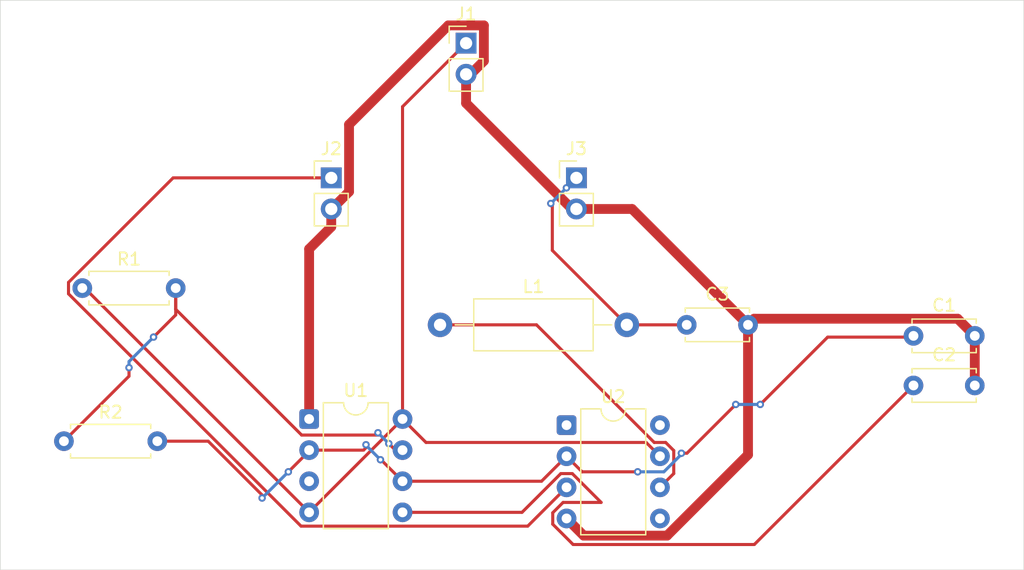
<source format=kicad_pcb>
(kicad_pcb (version 20241229) (generator "pcbnew") (generator_version "9.0")
  (layers (0 "F.Cu" signal) (2 "B.Cu" signal) (13 "F.Paste" user) (15 "B.Paste" user) (5 "F.SilkS" user "F.Silkscreen") (7 "B.SilkS" user "B.Silkscreen") (1 "F.Mask" user) (3 "B.Mask" user) (25 "Edge.Cuts" user))
  (net 0 "")
  (net 1 "GND")
  (net 2 "Net-(U1-THR)")
  (net 3 "Net-(U1-CV)")
  (net 4 "Net-(J3-Pin_1)")
  (net 5 "VDC")
  (net 6 "Net-(J2-Pin_1)")
  (net 7 "Net-(L1-Pad1)")
  (net 8 "Net-(U1-DIS)")
  (footprint "Inductor_THT:L_Axial_L9.5mm_D4.0mm_P15.24mm_Horizontal_Fastron_SMCC" (layer "F.Cu") (at 162.375 90)
    (property "Reference" "L1" (at 7.62 -3.12 0) (layer "F.SilkS"))
    (property "Value" "22u")
    (fp_line (start 1.24 0) (end 2.75 0) (stroke (width 0.12)) (layer "F.SilkS"))
    (fp_line (start 14 0) (end 12.49 0) (stroke (width 0.12)) (layer "F.SilkS"))
    (fp_rect (start 2.75 -2.12) (end 12.49 2.12) (stroke (width 0.12)) (fill no) (layer "F.SilkS"))
    (pad "1" thru_hole circle (at 0 0) (size 2 2) (drill 1) (layers "*.Cu" "*.Mask") (net 7 "Net-(L1-Pad1)"))
    (pad "2" thru_hole circle (at 15.24 0) (size 2 2) (drill 1) (layers "*.Cu" "*.Mask") (net 4 "Net-(J3-Pin_1)"))
  )
  (footprint "Resistor_THT:R_Axial_DIN0207_L6.3mm_D2.5mm_P7.62mm_Horizontal" (layer "F.Cu") (at 131.69 99.5)
    (property "Reference" "R2" (at 3.81 -2.37 0) (layer "F.SilkS"))
    (property "Value" "3.3k")
    (fp_line (start 0.54 -1.37) (end 7.08 -1.37) (stroke (width 0.12)) (layer "F.SilkS"))
    (fp_line (start 0.54 -1.04) (end 0.54 -1.37) (stroke (width 0.12)) (layer "F.SilkS"))
    (fp_line (start 0.54 1.04) (end 0.54 1.37) (stroke (width 0.12)) (layer "F.SilkS"))
    (fp_line (start 0.54 1.37) (end 7.08 1.37) (stroke (width 0.12)) (layer "F.SilkS"))
    (fp_line (start 7.08 -1.37) (end 7.08 -1.04) (stroke (width 0.12)) (layer "F.SilkS"))
    (fp_line (start 7.08 1.37) (end 7.08 1.04) (stroke (width 0.12)) (layer "F.SilkS"))
    (pad "1" thru_hole circle (at 0 0) (size 1.6 1.6) (drill 0.8) (layers "*.Cu" "*.Mask") (net 8 "Net-(U1-DIS)"))
    (pad "2" thru_hole circle (at 7.62 0) (size 1.6 1.6) (drill 0.8) (layers "*.Cu" "*.Mask") (net 2 "Net-(U1-THR)"))
  )
  (footprint "Capacitor_THT:C_Disc_D5.0mm_W2.5mm_P5.00mm" (layer "F.Cu") (at 201 94.95)
    (property "Reference" "C2" (at 2.5 -2.5 0) (layer "F.SilkS"))
    (property "Value" "10n")
    (fp_line (start -0.12 -1.37) (end 5.12 -1.37) (stroke (width 0.12)) (layer "F.SilkS"))
    (fp_line (start -0.12 -1.033) (end -0.12 -1.37) (stroke (width 0.12)) (layer "F.SilkS"))
    (fp_line (start -0.12 1.37) (end -0.12 1.033) (stroke (width 0.12)) (layer "F.SilkS"))
    (fp_line (start 5.12 -1.37) (end 5.12 -1.033) (stroke (width 0.12)) (layer "F.SilkS"))
    (fp_line (start 5.12 1.033) (end 5.12 1.37) (stroke (width 0.12)) (layer "F.SilkS"))
    (fp_line (start 5.12 1.37) (end -0.12 1.37) (stroke (width 0.12)) (layer "F.SilkS"))
    (pad "1" thru_hole circle (at 0 0) (size 1.6 1.6) (drill 0.8) (layers "*.Cu" "*.Mask") (net 3 "Net-(U1-CV)"))
    (pad "2" thru_hole circle (at 5 0) (size 1.6 1.6) (drill 0.8) (layers "*.Cu" "*.Mask") (net 1 "GND"))
  )
  (footprint "Capacitor_THT:C_Disc_D5.0mm_W2.5mm_P5.00mm" (layer "F.Cu") (at 182.5 90)
    (property "Reference" "C3" (at 2.5 -2.5 0) (layer "F.SilkS"))
    (property "Value" "1u")
    (fp_line (start -0.12 -1.37) (end 5.12 -1.37) (stroke (width 0.12)) (layer "F.SilkS"))
    (fp_line (start -0.12 -1.033) (end -0.12 -1.37) (stroke (width 0.12)) (layer "F.SilkS"))
    (fp_line (start -0.12 1.37) (end -0.12 1.033) (stroke (width 0.12)) (layer "F.SilkS"))
    (fp_line (start 5.12 -1.37) (end 5.12 -1.033) (stroke (width 0.12)) (layer "F.SilkS"))
    (fp_line (start 5.12 1.033) (end 5.12 1.37) (stroke (width 0.12)) (layer "F.SilkS"))
    (fp_line (start 5.12 1.37) (end -0.12 1.37) (stroke (width 0.12)) (layer "F.SilkS"))
    (pad "1" thru_hole circle (at 0 0) (size 1.6 1.6) (drill 0.8) (layers "*.Cu" "*.Mask") (net 4 "Net-(J3-Pin_1)"))
    (pad "2" thru_hole circle (at 5 0) (size 1.6 1.6) (drill 0.8) (layers "*.Cu" "*.Mask") (net 1 "GND"))
  )
  (footprint "Connector_PinHeader_2.54mm:PinHeader_1x02_P2.54mm_Vertical" (layer "F.Cu") (at 164.5 67)
    (property "Reference" "J1" (at 0 -2.38 0) (layer "F.SilkS"))
    (property "Value" "Conn_01x02")
    (fp_line (start -1.38 -1.38) (end 0 -1.38) (stroke (width 0.12)) (layer "F.SilkS"))
    (fp_line (start -1.38 0) (end -1.38 -1.38) (stroke (width 0.12)) (layer "F.SilkS"))
    (fp_line (start -1.38 1.27) (end -1.38 3.92) (stroke (width 0.12)) (layer "F.SilkS"))
    (fp_line (start -1.38 1.27) (end 1.38 1.27) (stroke (width 0.12)) (layer "F.SilkS"))
    (fp_line (start -1.38 3.92) (end 1.38 3.92) (stroke (width 0.12)) (layer "F.SilkS"))
    (fp_line (start 1.38 1.27) (end 1.38 3.92) (stroke (width 0.12)) (layer "F.SilkS"))
    (pad "1" thru_hole rect (at 0 0) (size 1.7 1.7) (drill 1) (layers "*.Cu" "*.Mask") (net 5 "VDC"))
    (pad "2" thru_hole circle (at 0 2.54) (size 1.7 1.7) (drill 1) (layers "*.Cu" "*.Mask") (net 1 "GND"))
  )
  (footprint "Capacitor_THT:C_Disc_D5.0mm_W2.5mm_P5.00mm" (layer "F.Cu") (at 201 90.9)
    (property "Reference" "C1" (at 2.5 -2.5 0) (layer "F.SilkS"))
    (property "Value" "1n")
    (fp_line (start -0.12 -1.37) (end 5.12 -1.37) (stroke (width 0.12)) (layer "F.SilkS"))
    (fp_line (start -0.12 -1.033) (end -0.12 -1.37) (stroke (width 0.12)) (layer "F.SilkS"))
    (fp_line (start -0.12 1.37) (end -0.12 1.033) (stroke (width 0.12)) (layer "F.SilkS"))
    (fp_line (start 5.12 -1.37) (end 5.12 -1.033) (stroke (width 0.12)) (layer "F.SilkS"))
    (fp_line (start 5.12 1.033) (end 5.12 1.37) (stroke (width 0.12)) (layer "F.SilkS"))
    (fp_line (start 5.12 1.37) (end -0.12 1.37) (stroke (width 0.12)) (layer "F.SilkS"))
    (pad "1" thru_hole circle (at 0 0) (size 1.6 1.6) (drill 0.8) (layers "*.Cu" "*.Mask") (net 2 "Net-(U1-THR)"))
    (pad "2" thru_hole circle (at 5 0) (size 1.6 1.6) (drill 0.8) (layers "*.Cu" "*.Mask") (net 1 "GND"))
  )
  (footprint "Connector_PinHeader_2.54mm:PinHeader_1x02_P2.54mm_Vertical" (layer "F.Cu") (at 153.5 78)
    (property "Reference" "J2" (at 0 -2.38 0) (layer "F.SilkS"))
    (property "Value" "Conn_01x02")
    (fp_line (start -1.38 -1.38) (end 0 -1.38) (stroke (width 0.12)) (layer "F.SilkS"))
    (fp_line (start -1.38 0) (end -1.38 -1.38) (stroke (width 0.12)) (layer "F.SilkS"))
    (fp_line (start -1.38 1.27) (end -1.38 3.92) (stroke (width 0.12)) (layer "F.SilkS"))
    (fp_line (start -1.38 1.27) (end 1.38 1.27) (stroke (width 0.12)) (layer "F.SilkS"))
    (fp_line (start -1.38 3.92) (end 1.38 3.92) (stroke (width 0.12)) (layer "F.SilkS"))
    (fp_line (start 1.38 1.27) (end 1.38 3.92) (stroke (width 0.12)) (layer "F.SilkS"))
    (pad "1" thru_hole rect (at 0 0) (size 1.7 1.7) (drill 1) (layers "*.Cu" "*.Mask") (net 6 "Net-(J2-Pin_1)"))
    (pad "2" thru_hole circle (at 0 2.54) (size 1.7 1.7) (drill 1) (layers "*.Cu" "*.Mask") (net 1 "GND"))
  )
  (footprint "Resistor_THT:R_Axial_DIN0207_L6.3mm_D2.5mm_P7.62mm_Horizontal" (layer "F.Cu") (at 133.19 87)
    (property "Reference" "R1" (at 3.81 -2.37 0) (layer "F.SilkS"))
    (property "Value" "1k")
    (fp_line (start 0.54 -1.37) (end 7.08 -1.37) (stroke (width 0.12)) (layer "F.SilkS"))
    (fp_line (start 0.54 -1.04) (end 0.54 -1.37) (stroke (width 0.12)) (layer "F.SilkS"))
    (fp_line (start 0.54 1.04) (end 0.54 1.37) (stroke (width 0.12)) (layer "F.SilkS"))
    (fp_line (start 0.54 1.37) (end 7.08 1.37) (stroke (width 0.12)) (layer "F.SilkS"))
    (fp_line (start 7.08 -1.37) (end 7.08 -1.04) (stroke (width 0.12)) (layer "F.SilkS"))
    (fp_line (start 7.08 1.37) (end 7.08 1.04) (stroke (width 0.12)) (layer "F.SilkS"))
    (pad "1" thru_hole circle (at 0 0) (size 1.6 1.6) (drill 0.8) (layers "*.Cu" "*.Mask") (net 5 "VDC"))
    (pad "2" thru_hole circle (at 7.62 0) (size 1.6 1.6) (drill 0.8) (layers "*.Cu" "*.Mask") (net 8 "Net-(U1-DIS)"))
  )
  (footprint "Connector_PinHeader_2.54mm:PinHeader_1x02_P2.54mm_Vertical" (layer "F.Cu") (at 173.5 78)
    (property "Reference" "J3" (at 0 -2.38 0) (layer "F.SilkS"))
    (property "Value" "Conn_01x02")
    (fp_line (start -1.38 -1.38) (end 0 -1.38) (stroke (width 0.12)) (layer "F.SilkS"))
    (fp_line (start -1.38 0) (end -1.38 -1.38) (stroke (width 0.12)) (layer "F.SilkS"))
    (fp_line (start -1.38 1.27) (end -1.38 3.92) (stroke (width 0.12)) (layer "F.SilkS"))
    (fp_line (start -1.38 1.27) (end 1.38 1.27) (stroke (width 0.12)) (layer "F.SilkS"))
    (fp_line (start -1.38 3.92) (end 1.38 3.92) (stroke (width 0.12)) (layer "F.SilkS"))
    (fp_line (start 1.38 1.27) (end 1.38 3.92) (stroke (width 0.12)) (layer "F.SilkS"))
    (pad "1" thru_hole rect (at 0 0) (size 1.7 1.7) (drill 1) (layers "*.Cu" "*.Mask") (net 4 "Net-(J3-Pin_1)"))
    (pad "2" thru_hole circle (at 0 2.54) (size 1.7 1.7) (drill 1) (layers "*.Cu" "*.Mask") (net 1 "GND"))
  )
  (footprint "Package_DIP:DIP-8_W7.62mm" (layer "F.Cu") (at 172.695 98.19)
    (property "Reference" "U2" (at 3.81 -2.33 0) (layer "F.SilkS"))
    (property "Value" "LM741")
    (fp_line (start 1.16 -1.33) (end 1.16 8.95) (stroke (width 0.12)) (layer "F.SilkS"))
    (fp_line (start 1.16 8.95) (end 6.46 8.95) (stroke (width 0.12)) (layer "F.SilkS"))
    (fp_line (start 2.81 -1.33) (end 1.16 -1.33) (stroke (width 0.12)) (layer "F.SilkS"))
    (fp_line (start 6.46 -1.33) (end 4.81 -1.33) (stroke (width 0.12)) (layer "F.SilkS"))
    (fp_line (start 6.46 8.95) (end 6.46 -1.33) (stroke (width 0.12)) (layer "F.SilkS"))
    (fp_arc (start 4.81 -1.33) (mid 3.81 -0.33) (end 2.81 -1.33) (stroke (width 0.12)) (layer "F.SilkS"))
    (pad "1" thru_hole roundrect (at 0 0) (size 1.6 1.6) (drill 0.8) (layers "*.Cu" "*.Mask") (roundrect_rratio 0.15625))
    (pad "2" thru_hole circle (at 0 2.54) (size 1.6 1.6) (drill 0.8) (layers "*.Cu" "*.Mask") (net 2 "Net-(U1-THR)"))
    (pad "3" thru_hole circle (at 0 5.08) (size 1.6 1.6) (drill 0.8) (layers "*.Cu" "*.Mask") (net 6 "Net-(J2-Pin_1)"))
    (pad "4" thru_hole circle (at 0 7.62) (size 1.6 1.6) (drill 0.8) (layers "*.Cu" "*.Mask") (net 1 "GND"))
    (pad "5" thru_hole circle (at 7.62 7.62) (size 1.6 1.6) (drill 0.8) (layers "*.Cu" "*.Mask"))
    (pad "6" thru_hole circle (at 7.62 5.08) (size 1.6 1.6) (drill 0.8) (layers "*.Cu" "*.Mask") (net 7 "Net-(L1-Pad1)"))
    (pad "7" thru_hole circle (at 7.62 2.54) (size 1.6 1.6) (drill 0.8) (layers "*.Cu" "*.Mask") (net 5 "VDC"))
    (pad "8" thru_hole circle (at 7.62 0) (size 1.6 1.6) (drill 0.8) (layers "*.Cu" "*.Mask"))
  )
  (footprint "Package_DIP:DIP-8_W7.62mm" (layer "F.Cu") (at 151.695 97.69)
    (property "Reference" "U1" (at 3.81 -2.33 0) (layer "F.SilkS"))
    (property "Value" "NE555P")
    (fp_line (start 1.16 -1.33) (end 1.16 8.95) (stroke (width 0.12)) (layer "F.SilkS"))
    (fp_line (start 1.16 8.95) (end 6.46 8.95) (stroke (width 0.12)) (layer "F.SilkS"))
    (fp_line (start 2.81 -1.33) (end 1.16 -1.33) (stroke (width 0.12)) (layer "F.SilkS"))
    (fp_line (start 6.46 -1.33) (end 4.81 -1.33) (stroke (width 0.12)) (layer "F.SilkS"))
    (fp_line (start 6.46 8.95) (end 6.46 -1.33) (stroke (width 0.12)) (layer "F.SilkS"))
    (fp_arc (start 4.81 -1.33) (mid 3.81 -0.33) (end 2.81 -1.33) (stroke (width 0.12)) (layer "F.SilkS"))
    (pad "1" thru_hole roundrect (at 0 0) (size 1.6 1.6) (drill 0.8) (layers "*.Cu" "*.Mask") (roundrect_rratio 0.15625) (net 1 "GND"))
    (pad "2" thru_hole circle (at 0 2.54) (size 1.6 1.6) (drill 0.8) (layers "*.Cu" "*.Mask") (net 2 "Net-(U1-THR)"))
    (pad "3" thru_hole circle (at 0 5.08) (size 1.6 1.6) (drill 0.8) (layers "*.Cu" "*.Mask"))
    (pad "4" thru_hole circle (at 0 7.62) (size 1.6 1.6) (drill 0.8) (layers "*.Cu" "*.Mask") (net 5 "VDC"))
    (pad "5" thru_hole circle (at 7.62 7.62) (size 1.6 1.6) (drill 0.8) (layers "*.Cu" "*.Mask") (net 3 "Net-(U1-CV)"))
    (pad "6" thru_hole circle (at 7.62 5.08) (size 1.6 1.6) (drill 0.8) (layers "*.Cu" "*.Mask") (net 2 "Net-(U1-THR)"))
    (pad "7" thru_hole circle (at 7.62 2.54) (size 1.6 1.6) (drill 0.8) (layers "*.Cu" "*.Mask") (net 8 "Net-(U1-DIS)"))
    (pad "8" thru_hole circle (at 7.62 0) (size 1.6 1.6) (drill 0.8) (layers "*.Cu" "*.Mask") (net 5 "VDC"))
  )
  (gr_rect (start 126.5 63.5) (end 210 110) (stroke (width 0.05)) (fill no) (layer "Edge.Cuts"))
  (segment (start 153.5 82) (end 151.695 83.805) (width 0.8) (layer "F.Cu") (net 1))
  (segment (start 188.001 89.499) (end 187.5 90) (width 0.8) (layer "F.Cu") (net 1))
  (segment (start 173.138 80.54) (end 173.5 80.54) (width 0.8) (layer "F.Cu") (net 1))
  (segment (start 180.895314 107.211) (end 174.096 107.211) (width 0.8) (layer "F.Cu") (net 1))
  (segment (start 153.54 80.54) (end 153.5 80.54) (width 0.8) (layer "F.Cu") (net 1))
  (segment (start 163.049 65.549) (end 154.951 73.647) (width 0.8) (layer "F.Cu") (net 1))
  (segment (start 153.5 80.54) (end 153.5 82) (width 0.8) (layer "F.Cu") (net 1))
  (segment (start 164.862 69.54) (end 165.951 68.451) (width 0.8) (layer "F.Cu") (net 1))
  (segment (start 164.5 69.54) (end 164.862 69.54) (width 0.8) (layer "F.Cu") (net 1))
  (segment (start 151.695 83.805) (end 151.695 97.69) (width 0.8) (layer "F.Cu") (net 1))
  (segment (start 164.5 69.54) (end 164.5 71.902) (width 0.8) (layer "F.Cu") (net 1))
  (segment (start 173.5 80.54) (end 178.04 80.54) (width 0.8) (layer "F.Cu") (net 1))
  (segment (start 178.04 80.54) (end 187.5 90) (width 0.8) (layer "F.Cu") (net 1))
  (segment (start 204.599 89.499) (end 188.001 89.499) (width 0.8) (layer "F.Cu") (net 1))
  (segment (start 154.951 79.129) (end 153.54 80.54) (width 0.8) (layer "F.Cu") (net 1))
  (segment (start 154.951 73.647) (end 154.951 79.129) (width 0.8) (layer "F.Cu") (net 1))
  (segment (start 187.5 100.606314) (end 180.895314 107.211) (width 0.8) (layer "F.Cu") (net 1))
  (segment (start 206 94.95) (end 206 90.9) (width 0.8) (layer "F.Cu") (net 1))
  (segment (start 165.951 68.451) (end 165.951 65.549) (width 0.8) (layer "F.Cu") (net 1))
  (segment (start 174.096 107.211) (end 172.695 105.81) (width 0.8) (layer "F.Cu") (net 1))
  (segment (start 164.5 71.902) (end 173.138 80.54) (width 0.8) (layer "F.Cu") (net 1))
  (segment (start 187.5 90) (end 187.5 100.606314) (width 0.8) (layer "F.Cu") (net 1))
  (segment (start 206 90.9) (end 204.599 89.499) (width 0.8) (layer "F.Cu") (net 1))
  (segment (start 165.951 65.549) (end 163.049 65.549) (width 0.8) (layer "F.Cu") (net 1))
  (segment (start 194 91) (end 188.5 96.5) (width 0.25) (layer "F.Cu") (net 2))
  (segment (start 186.5 96.5) (end 182.517699 100.482301) (width 0.25) (layer "F.Cu") (net 2))
  (segment (start 151.695 100.23) (end 151.695 100.305) (width 0.25) (layer "F.Cu") (net 2))
  (segment (start 151.695 100.305) (end 150 102) (width 0.25) (layer "F.Cu") (net 2))
  (segment (start 201 90.9) (end 201.4 90.9) (width 0.25) (layer "F.Cu") (net 2))
  (segment (start 170.655 102.77) (end 172.695 100.73) (width 0.25) (layer "F.Cu") (net 2))
  (segment (start 157.558347 101.013347) (end 157.513347 101.013347) (width 0.25) (layer "F.Cu") (net 2))
  (segment (start 159.315 102.77) (end 157.558347 101.013347) (width 0.25) (layer "F.Cu") (net 2))
  (segment (start 182.517699 100.482301) (end 182.066 100.482301) (width 0.25) (layer "F.Cu") (net 2))
  (segment (start 139.31 99.5) (end 143.459785 99.5) (width 0.25) (layer "F.Cu") (net 2))
  (segment (start 178.5 102) (end 173.965 102) (width 0.25) (layer "F.Cu") (net 2))
  (segment (start 201.4 90.9) (end 201.5 91) (width 0.25) (layer "F.Cu") (net 2))
  (segment (start 151.695 100.23) (end 156.13719 100.23) (width 0.25) (layer "F.Cu") (net 2))
  (segment (start 159.315 102.77) (end 170.655 102.77) (width 0.25) (layer "F.Cu") (net 2))
  (segment (start 201.5 91) (end 194 91) (width 0.25) (layer "F.Cu") (net 2))
  (segment (start 201 90.9) (end 201 91) (width 0.25) (layer "F.Cu") (net 2))
  (segment (start 173.965 102) (end 172.695 100.73) (width 0.25) (layer "F.Cu") (net 2))
  (segment (start 143.459785 99.5) (end 147.942393 103.982608) (width 0.25) (layer "F.Cu") (net 2))
  (segment (start 156.13719 100.23) (end 156.456095 99.911095) (width 0.25) (layer "F.Cu") (net 2))
  (via (at 150 102) (size 0.6) (drill 0.3) (layers "F.Cu" "B.Cu") (net 2))
  (via (at 157.513347 101.013347) (size 0.6) (drill 0.3) (layers "F.Cu" "B.Cu") (net 2))
  (via (at 156.333058 99.788058) (size 0.6) (drill 0.3) (layers "F.Cu" "B.Cu") (net 2))
  (via (at 147.856855 104.143144) (size 0.6) (drill 0.3) (layers "F.Cu" "B.Cu") (net 2))
  (via (at 186.5 96.5) (size 0.6) (drill 0.3) (layers "F.Cu" "B.Cu") (net 2))
  (via (at 182.066 100.482301) (size 0.6) (drill 0.3) (layers "F.Cu" "B.Cu") (net 2))
  (via (at 188.5 96.5) (size 0.6) (drill 0.3) (layers "F.Cu" "B.Cu") (net 2))
  (via (at 178.5 102) (size 0.6) (drill 0.3) (layers "F.Cu" "B.Cu") (net 2))
  (segment (start 156.333058 99.833058) (end 156.333058 99.788058) (width 0.25) (layer "B.Cu") (net 2))
  (segment (start 182.066 100.571405) (end 180.637405 102) (width 0.25) (layer "B.Cu") (net 2))
  (segment (start 148 104) (end 147.925001 104) (width 0.25) (layer "B.Cu") (net 2))
  (segment (start 150 102) (end 148 104) (width 0.25) (layer "B.Cu") (net 2))
  (segment (start 147.856855 104.068146) (end 147.856855 104.143144) (width 0.25) (layer "B.Cu") (net 2))
  (segment (start 157.513347 101.013347) (end 156.333058 99.833058) (width 0.25) (layer "B.Cu") (net 2))
  (segment (start 147.925001 104) (end 147.856855 104.068146) (width 0.25) (layer "B.Cu") (net 2))
  (segment (start 182.066 100.482301) (end 182.066 100.571405) (width 0.25) (layer "B.Cu") (net 2))
  (segment (start 188.5 96.5) (end 186.5 96.5) (width 0.25) (layer "B.Cu") (net 2))
  (segment (start 180.637405 102) (end 178.5 102) (width 0.25) (layer "B.Cu") (net 2))
  (segment (start 159.315 105.31) (end 169.062595 105.31) (width 0.25) (layer "F.Cu") (net 3))
  (segment (start 171.569 105.343595) (end 171.569 106.276405) (width 0.25) (layer "F.Cu") (net 3))
  (segment (start 173.161405 102.144) (end 175.517405 104.5) (width 0.25) (layer "F.Cu") (net 3))
  (segment (start 173.229595 107.937) (end 188.013 107.937) (width 0.25) (layer "F.Cu") (net 3))
  (segment (start 169.062595 105.31) (end 172.228595 102.144) (width 0.25) (layer "F.Cu") (net 3))
  (segment (start 172.228595 102.144) (end 173.161405 102.144) (width 0.25) (layer "F.Cu") (net 3))
  (segment (start 175.517405 104.5) (end 172.412595 104.5) (width 0.25) (layer "F.Cu") (net 3))
  (segment (start 188.013 107.937) (end 201 94.95) (width 0.25) (layer "F.Cu") (net 3))
  (segment (start 172.412595 104.5) (end 171.569 105.343595) (width 0.25) (layer "F.Cu") (net 3))
  (segment (start 171.569 106.276405) (end 173.229595 107.937) (width 0.25) (layer "F.Cu") (net 3))
  (segment (start 177.615 90) (end 171.53564 83.92064) (width 0.25) (layer "F.Cu") (net 4))
  (segment (start 171.53564 83.92064) (end 171.53564 79.96436) (width 0.25) (layer "F.Cu") (net 4))
  (segment (start 182.5 90) (end 177.615 90) (width 0.25) (layer "F.Cu") (net 4))
  (segment (start 173.5 78) (end 172.685397 78.814603) (width 0.25) (layer "F.Cu") (net 4))
  (via (at 172.685397 78.814603) (size 0.6) (drill 0.3) (layers "F.Cu" "B.Cu") (net 4))
  (via (at 171.412603 80.087397) (size 0.6) (drill 0.3) (layers "F.Cu" "B.Cu") (net 4))
  (segment (start 172.685397 78.814603) (end 171.412603 80.087397) (width 0.25) (layer "B.Cu") (net 4))
  (segment (start 151.695 105.31) (end 133.385 87) (width 0.25) (layer "F.Cu") (net 5))
  (segment (start 164.5 67) (end 159.315 72.185) (width 0.25) (layer "F.Cu") (net 5))
  (segment (start 159.315 97.69) (end 161.229 99.604) (width 0.25) (layer "F.Cu") (net 5))
  (segment (start 179.189 99.604) (end 180.315 100.73) (width 0.25) (layer "F.Cu") (net 5))
  (segment (start 159.315 72.185) (end 159.315 97.69) (width 0.25) (layer "F.Cu") (net 5))
  (segment (start 161.229 99.604) (end 179.189 99.604) (width 0.25) (layer "F.Cu") (net 5))
  (segment (start 133.385 87) (end 133.19 87) (width 0.25) (layer "F.Cu") (net 5))
  (segment (start 159.315 97.69) (end 151.695 105.31) (width 0.25) (layer "F.Cu") (net 5))
  (segment (start 133.19 87) (end 133 87) (width 0.25) (layer "F.Cu") (net 5))
  (segment (start 132.064 86.533595) (end 132.064 87.466405) (width 0.25) (layer "F.Cu") (net 6))
  (segment (start 151.033595 106.436) (end 169.529 106.436) (width 0.25) (layer "F.Cu") (net 6))
  (segment (start 132.064 87.466405) (end 151.033595 106.436) (width 0.25) (layer "F.Cu") (net 6))
  (segment (start 153.5 78) (end 140.597595 78) (width 0.25) (layer "F.Cu") (net 6))
  (segment (start 169.529 106.436) (end 172.695 103.27) (width 0.25) (layer "F.Cu") (net 6))
  (segment (start 140.597595 78) (end 132.064 86.533595) (width 0.25) (layer "F.Cu") (net 6))
  (segment (start 181.441 100.263595) (end 180.781405 99.604) (width 0.25) (layer "F.Cu") (net 7))
  (segment (start 170.244595 90) (end 162.375 90) (width 0.25) (layer "F.Cu") (net 7))
  (segment (start 180.781405 99.604) (end 179.848595 99.604) (width 0.25) (layer "F.Cu") (net 7))
  (segment (start 180.315 103.27) (end 181.441 102.144) (width 0.25) (layer "F.Cu") (net 7))
  (segment (start 179.848595 99.604) (end 170.244595 90) (width 0.25) (layer "F.Cu") (net 7))
  (segment (start 181.441 102.144) (end 181.441 100.263595) (width 0.25) (layer "F.Cu") (net 7))
  (segment (start 131.69 99.5) (end 137 94.19) (width 0.25) (layer "F.Cu") (net 8))
  (segment (start 140.81 88.726514) (end 151.083486 99) (width 0.25) (layer "F.Cu") (net 8))
  (segment (start 137 94.19) (end 137 93.5) (width 0.25) (layer "F.Cu") (net 8))
  (segment (start 151.083486 99) (end 157.36719 99) (width 0.25) (layer "F.Cu") (net 8))
  (segment (start 140.81 89.19) (end 140.81 87) (width 0.25) (layer "F.Cu") (net 8))
  (segment (start 158.73 100.23) (end 158.194442 99.694442) (width 0.25) (layer "F.Cu") (net 8))
  (segment (start 139 91) (end 140.81 89.19) (width 0.25) (layer "F.Cu") (net 8))
  (segment (start 140.81 87) (end 140.81 88.726514) (width 0.25) (layer "F.Cu") (net 8))
  (segment (start 159.315 100.23) (end 158.73 100.23) (width 0.25) (layer "F.Cu") (net 8))
  (via (at 158.194442 99.694442) (size 0.6) (drill 0.3) (layers "F.Cu" "B.Cu") (net 8))
  (via (at 137 93.5) (size 0.6) (drill 0.3) (layers "F.Cu" "B.Cu") (net 8))
  (via (at 157.310558 98.810558) (size 0.6) (drill 0.3) (layers "F.Cu" "B.Cu") (net 8))
  (via (at 139 91) (size 0.6) (drill 0.3) (layers "F.Cu" "B.Cu") (net 8))
  (segment (start 137 93.5) (end 137 93) (width 0.25) (layer "B.Cu") (net 8))
  (segment (start 158.194442 99.694442) (end 157.310558 98.810558) (width 0.25) (layer "B.Cu") (net 8))
  (segment (start 137 93) (end 139 91) (width 0.25) (layer "B.Cu") (net 8))
)
</source>
